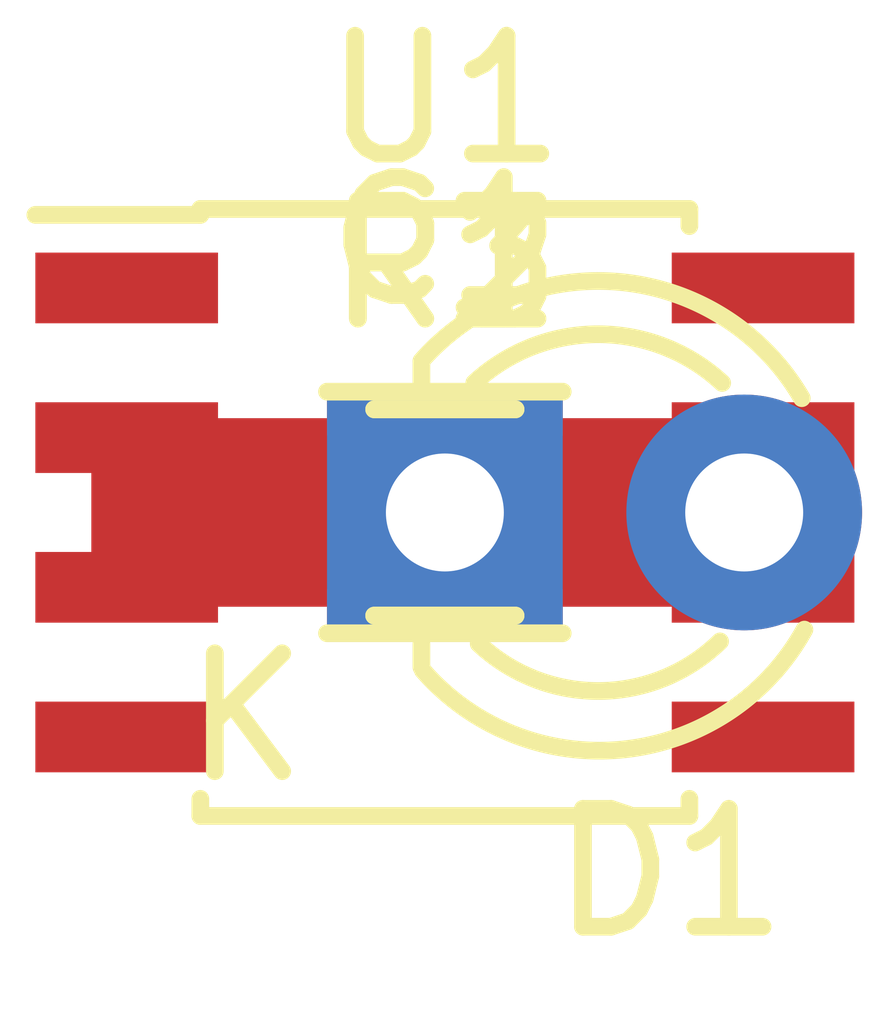
<source format=kicad_pcb>
(kicad_pcb (version 4) (host pcbnew 4.0.6)

  (general
    (links 12)
    (no_connects 11)
    (area 0 0 0 0)
    (thickness 1.6)
    (drawings 0)
    (tracks 0)
    (zones 0)
    (modules 6)
    (nets 7)
  )

  (page A4)
  (layers
    (0 F.Cu signal)
    (31 B.Cu signal)
    (32 B.Adhes user)
    (33 F.Adhes user)
    (34 B.Paste user)
    (35 F.Paste user)
    (36 B.SilkS user)
    (37 F.SilkS user)
    (38 B.Mask user)
    (39 F.Mask user)
    (40 Dwgs.User user)
    (41 Cmts.User user)
    (42 Eco1.User user)
    (43 Eco2.User user)
    (44 Edge.Cuts user)
    (45 Margin user)
    (46 B.CrtYd user)
    (47 F.CrtYd user)
    (48 B.Fab user)
    (49 F.Fab user)
  )

  (setup
    (last_trace_width 0.25)
    (trace_clearance 0.2)
    (zone_clearance 0.508)
    (zone_45_only no)
    (trace_min 0.2)
    (segment_width 0.2)
    (edge_width 0.15)
    (via_size 0.6)
    (via_drill 0.4)
    (via_min_size 0.4)
    (via_min_drill 0.3)
    (uvia_size 0.3)
    (uvia_drill 0.1)
    (uvias_allowed no)
    (uvia_min_size 0.2)
    (uvia_min_drill 0.1)
    (pcb_text_width 0.3)
    (pcb_text_size 1.5 1.5)
    (mod_edge_width 0.15)
    (mod_text_size 1 1)
    (mod_text_width 0.15)
    (pad_size 1.524 1.524)
    (pad_drill 0.762)
    (pad_to_mask_clearance 0.2)
    (aux_axis_origin 0 0)
    (visible_elements FFFFFF7F)
    (pcbplotparams
      (layerselection 0x00030_80000001)
      (usegerberextensions false)
      (excludeedgelayer true)
      (linewidth 0.100000)
      (plotframeref false)
      (viasonmask false)
      (mode 1)
      (useauxorigin false)
      (hpglpennumber 1)
      (hpglpenspeed 20)
      (hpglpendiameter 15)
      (hpglpenoverlay 2)
      (psnegative false)
      (psa4output false)
      (plotreference true)
      (plotvalue true)
      (plotinvisibletext false)
      (padsonsilk false)
      (subtractmaskfromsilk false)
      (outputformat 1)
      (mirror false)
      (drillshape 1)
      (scaleselection 1)
      (outputdirectory ""))
  )

  (net 0 "")
  (net 1 "Net-(C1-Pad1)")
  (net 2 GND)
  (net 3 "Net-(D1-Pad2)")
  (net 4 /VDD)
  (net 5 "Net-(R1-Pad2)")
  (net 6 "Net-(R3-Pad1)")

  (net_class Default "This is the default net class."
    (clearance 0.2)
    (trace_width 0.25)
    (via_dia 0.6)
    (via_drill 0.4)
    (uvia_dia 0.3)
    (uvia_drill 0.1)
    (add_net /VDD)
    (add_net GND)
    (add_net "Net-(C1-Pad1)")
    (add_net "Net-(D1-Pad2)")
    (add_net "Net-(R1-Pad2)")
    (add_net "Net-(R3-Pad1)")
  )

  (module Capacitors_SMD:C_1206_HandSoldering (layer F.Cu) (tedit 541A9C03) (tstamp 58DA43E2)
    (at 148.5011 105.0036)
    (descr "Capacitor SMD 1206, hand soldering")
    (tags "capacitor 1206")
    (path /58DA3730)
    (attr smd)
    (fp_text reference C1 (at 0 -2.3) (layer F.SilkS)
      (effects (font (size 1 1) (thickness 0.15)))
    )
    (fp_text value 1µF (at 0 2.3) (layer F.Fab)
      (effects (font (size 1 1) (thickness 0.15)))
    )
    (fp_line (start -1.6 0.8) (end -1.6 -0.8) (layer F.Fab) (width 0.15))
    (fp_line (start 1.6 0.8) (end -1.6 0.8) (layer F.Fab) (width 0.15))
    (fp_line (start 1.6 -0.8) (end 1.6 0.8) (layer F.Fab) (width 0.15))
    (fp_line (start -1.6 -0.8) (end 1.6 -0.8) (layer F.Fab) (width 0.15))
    (fp_line (start -3.3 -1.15) (end 3.3 -1.15) (layer F.CrtYd) (width 0.05))
    (fp_line (start -3.3 1.15) (end 3.3 1.15) (layer F.CrtYd) (width 0.05))
    (fp_line (start -3.3 -1.15) (end -3.3 1.15) (layer F.CrtYd) (width 0.05))
    (fp_line (start 3.3 -1.15) (end 3.3 1.15) (layer F.CrtYd) (width 0.05))
    (fp_line (start 1 -1.025) (end -1 -1.025) (layer F.SilkS) (width 0.15))
    (fp_line (start -1 1.025) (end 1 1.025) (layer F.SilkS) (width 0.15))
    (pad 1 smd rect (at -2 0) (size 2 1.6) (layers F.Cu F.Paste F.Mask)
      (net 1 "Net-(C1-Pad1)"))
    (pad 2 smd rect (at 2 0) (size 2 1.6) (layers F.Cu F.Paste F.Mask)
      (net 2 GND))
    (model Capacitors_SMD.3dshapes/C_1206_HandSoldering.wrl
      (at (xyz 0 0 0))
      (scale (xyz 1 1 1))
      (rotate (xyz 0 0 0))
    )
  )

  (module LEDs:LED-3MM (layer F.Cu) (tedit 559B82F6) (tstamp 58DA43E8)
    (at 148.5011 105.0036)
    (descr "LED 3mm round vertical")
    (tags "LED  3mm round vertical")
    (path /58DA3776)
    (fp_text reference D1 (at 1.91 3.06) (layer F.SilkS)
      (effects (font (size 1 1) (thickness 0.15)))
    )
    (fp_text value LED (at 1.3 -2.9) (layer F.Fab)
      (effects (font (size 1 1) (thickness 0.15)))
    )
    (fp_line (start -1.2 2.3) (end 3.8 2.3) (layer F.CrtYd) (width 0.05))
    (fp_line (start 3.8 2.3) (end 3.8 -2.2) (layer F.CrtYd) (width 0.05))
    (fp_line (start 3.8 -2.2) (end -1.2 -2.2) (layer F.CrtYd) (width 0.05))
    (fp_line (start -1.2 -2.2) (end -1.2 2.3) (layer F.CrtYd) (width 0.05))
    (fp_line (start -0.199 1.314) (end -0.199 1.114) (layer F.SilkS) (width 0.15))
    (fp_line (start -0.199 -1.28) (end -0.199 -1.1) (layer F.SilkS) (width 0.15))
    (fp_arc (start 1.301 0.034) (end -0.199 -1.286) (angle 108.5) (layer F.SilkS) (width 0.15))
    (fp_arc (start 1.301 0.034) (end 0.25 -1.1) (angle 85.7) (layer F.SilkS) (width 0.15))
    (fp_arc (start 1.311 0.034) (end 3.051 0.994) (angle 110) (layer F.SilkS) (width 0.15))
    (fp_arc (start 1.301 0.034) (end 2.335 1.094) (angle 87.5) (layer F.SilkS) (width 0.15))
    (fp_text user K (at -1.69 1.74) (layer F.SilkS)
      (effects (font (size 1 1) (thickness 0.15)))
    )
    (pad 1 thru_hole rect (at 0 0 90) (size 2 2) (drill 1.00076) (layers *.Cu *.Mask)
      (net 2 GND))
    (pad 2 thru_hole circle (at 2.54 0) (size 2 2) (drill 1.00076) (layers *.Cu *.Mask)
      (net 3 "Net-(D1-Pad2)"))
    (model LEDs.3dshapes/LED-3MM.wrl
      (at (xyz 0.05 0 0))
      (scale (xyz 1 1 1))
      (rotate (xyz 0 0 90))
    )
  )

  (module Resistors_SMD:R_0805_HandSoldering (layer F.Cu) (tedit 58307B90) (tstamp 58DA43EE)
    (at 148.5011 105.0036)
    (descr "Resistor SMD 0805, hand soldering")
    (tags "resistor 0805")
    (path /58DA3631)
    (attr smd)
    (fp_text reference R1 (at 0 -2.1) (layer F.SilkS)
      (effects (font (size 1 1) (thickness 0.15)))
    )
    (fp_text value 1K (at 0 2.1) (layer F.Fab)
      (effects (font (size 1 1) (thickness 0.15)))
    )
    (fp_line (start -1 0.625) (end -1 -0.625) (layer F.Fab) (width 0.1))
    (fp_line (start 1 0.625) (end -1 0.625) (layer F.Fab) (width 0.1))
    (fp_line (start 1 -0.625) (end 1 0.625) (layer F.Fab) (width 0.1))
    (fp_line (start -1 -0.625) (end 1 -0.625) (layer F.Fab) (width 0.1))
    (fp_line (start -2.4 -1) (end 2.4 -1) (layer F.CrtYd) (width 0.05))
    (fp_line (start -2.4 1) (end 2.4 1) (layer F.CrtYd) (width 0.05))
    (fp_line (start -2.4 -1) (end -2.4 1) (layer F.CrtYd) (width 0.05))
    (fp_line (start 2.4 -1) (end 2.4 1) (layer F.CrtYd) (width 0.05))
    (fp_line (start 0.6 0.875) (end -0.6 0.875) (layer F.SilkS) (width 0.15))
    (fp_line (start -0.6 -0.875) (end 0.6 -0.875) (layer F.SilkS) (width 0.15))
    (pad 1 smd rect (at -1.35 0) (size 1.5 1.3) (layers F.Cu F.Paste F.Mask)
      (net 4 /VDD))
    (pad 2 smd rect (at 1.35 0) (size 1.5 1.3) (layers F.Cu F.Paste F.Mask)
      (net 5 "Net-(R1-Pad2)"))
    (model Resistors_SMD.3dshapes/R_0805_HandSoldering.wrl
      (at (xyz 0 0 0))
      (scale (xyz 1 1 1))
      (rotate (xyz 0 0 0))
    )
  )

  (module Resistors_SMD:R_0805_HandSoldering (layer F.Cu) (tedit 58307B90) (tstamp 58DA43F4)
    (at 148.5011 105.0036)
    (descr "Resistor SMD 0805, hand soldering")
    (tags "resistor 0805")
    (path /58DA36C3)
    (attr smd)
    (fp_text reference R2 (at 0 -2.1) (layer F.SilkS)
      (effects (font (size 1 1) (thickness 0.15)))
    )
    (fp_text value 470K (at 0 2.1) (layer F.Fab)
      (effects (font (size 1 1) (thickness 0.15)))
    )
    (fp_line (start -1 0.625) (end -1 -0.625) (layer F.Fab) (width 0.1))
    (fp_line (start 1 0.625) (end -1 0.625) (layer F.Fab) (width 0.1))
    (fp_line (start 1 -0.625) (end 1 0.625) (layer F.Fab) (width 0.1))
    (fp_line (start -1 -0.625) (end 1 -0.625) (layer F.Fab) (width 0.1))
    (fp_line (start -2.4 -1) (end 2.4 -1) (layer F.CrtYd) (width 0.05))
    (fp_line (start -2.4 1) (end 2.4 1) (layer F.CrtYd) (width 0.05))
    (fp_line (start -2.4 -1) (end -2.4 1) (layer F.CrtYd) (width 0.05))
    (fp_line (start 2.4 -1) (end 2.4 1) (layer F.CrtYd) (width 0.05))
    (fp_line (start 0.6 0.875) (end -0.6 0.875) (layer F.SilkS) (width 0.15))
    (fp_line (start -0.6 -0.875) (end 0.6 -0.875) (layer F.SilkS) (width 0.15))
    (pad 1 smd rect (at -1.35 0) (size 1.5 1.3) (layers F.Cu F.Paste F.Mask)
      (net 5 "Net-(R1-Pad2)"))
    (pad 2 smd rect (at 1.35 0) (size 1.5 1.3) (layers F.Cu F.Paste F.Mask)
      (net 1 "Net-(C1-Pad1)"))
    (model Resistors_SMD.3dshapes/R_0805_HandSoldering.wrl
      (at (xyz 0 0 0))
      (scale (xyz 1 1 1))
      (rotate (xyz 0 0 0))
    )
  )

  (module Resistors_SMD:R_0805_HandSoldering (layer F.Cu) (tedit 58307B90) (tstamp 58DA43FA)
    (at 148.5011 105.0036)
    (descr "Resistor SMD 0805, hand soldering")
    (tags "resistor 0805")
    (path /58DA36F0)
    (attr smd)
    (fp_text reference R3 (at 0 -2.1) (layer F.SilkS)
      (effects (font (size 1 1) (thickness 0.15)))
    )
    (fp_text value 1K (at 0 2.1) (layer F.Fab)
      (effects (font (size 1 1) (thickness 0.15)))
    )
    (fp_line (start -1 0.625) (end -1 -0.625) (layer F.Fab) (width 0.1))
    (fp_line (start 1 0.625) (end -1 0.625) (layer F.Fab) (width 0.1))
    (fp_line (start 1 -0.625) (end 1 0.625) (layer F.Fab) (width 0.1))
    (fp_line (start -1 -0.625) (end 1 -0.625) (layer F.Fab) (width 0.1))
    (fp_line (start -2.4 -1) (end 2.4 -1) (layer F.CrtYd) (width 0.05))
    (fp_line (start -2.4 1) (end 2.4 1) (layer F.CrtYd) (width 0.05))
    (fp_line (start -2.4 -1) (end -2.4 1) (layer F.CrtYd) (width 0.05))
    (fp_line (start 2.4 -1) (end 2.4 1) (layer F.CrtYd) (width 0.05))
    (fp_line (start 0.6 0.875) (end -0.6 0.875) (layer F.SilkS) (width 0.15))
    (fp_line (start -0.6 -0.875) (end 0.6 -0.875) (layer F.SilkS) (width 0.15))
    (pad 1 smd rect (at -1.35 0) (size 1.5 1.3) (layers F.Cu F.Paste F.Mask)
      (net 6 "Net-(R3-Pad1)"))
    (pad 2 smd rect (at 1.35 0) (size 1.5 1.3) (layers F.Cu F.Paste F.Mask)
      (net 3 "Net-(D1-Pad2)"))
    (model Resistors_SMD.3dshapes/R_0805_HandSoldering.wrl
      (at (xyz 0 0 0))
      (scale (xyz 1 1 1))
      (rotate (xyz 0 0 0))
    )
  )

  (module Housings_SOIC:SOIC-8_3.9x4.9mm_Pitch1.27mm (layer F.Cu) (tedit 54130A77) (tstamp 58DA4406)
    (at 148.5011 105.0036)
    (descr "8-Lead Plastic Small Outline (SN) - Narrow, 3.90 mm Body [SOIC] (see Microchip Packaging Specification 00000049BS.pdf)")
    (tags "SOIC 1.27")
    (path /58DA3579)
    (attr smd)
    (fp_text reference U1 (at 0 -3.5) (layer F.SilkS)
      (effects (font (size 1 1) (thickness 0.15)))
    )
    (fp_text value 7555 (at 0 3.5) (layer F.Fab)
      (effects (font (size 1 1) (thickness 0.15)))
    )
    (fp_line (start -0.95 -2.45) (end 1.95 -2.45) (layer F.Fab) (width 0.15))
    (fp_line (start 1.95 -2.45) (end 1.95 2.45) (layer F.Fab) (width 0.15))
    (fp_line (start 1.95 2.45) (end -1.95 2.45) (layer F.Fab) (width 0.15))
    (fp_line (start -1.95 2.45) (end -1.95 -1.45) (layer F.Fab) (width 0.15))
    (fp_line (start -1.95 -1.45) (end -0.95 -2.45) (layer F.Fab) (width 0.15))
    (fp_line (start -3.75 -2.75) (end -3.75 2.75) (layer F.CrtYd) (width 0.05))
    (fp_line (start 3.75 -2.75) (end 3.75 2.75) (layer F.CrtYd) (width 0.05))
    (fp_line (start -3.75 -2.75) (end 3.75 -2.75) (layer F.CrtYd) (width 0.05))
    (fp_line (start -3.75 2.75) (end 3.75 2.75) (layer F.CrtYd) (width 0.05))
    (fp_line (start -2.075 -2.575) (end -2.075 -2.525) (layer F.SilkS) (width 0.15))
    (fp_line (start 2.075 -2.575) (end 2.075 -2.43) (layer F.SilkS) (width 0.15))
    (fp_line (start 2.075 2.575) (end 2.075 2.43) (layer F.SilkS) (width 0.15))
    (fp_line (start -2.075 2.575) (end -2.075 2.43) (layer F.SilkS) (width 0.15))
    (fp_line (start -2.075 -2.575) (end 2.075 -2.575) (layer F.SilkS) (width 0.15))
    (fp_line (start -2.075 2.575) (end 2.075 2.575) (layer F.SilkS) (width 0.15))
    (fp_line (start -2.075 -2.525) (end -3.475 -2.525) (layer F.SilkS) (width 0.15))
    (pad 1 smd rect (at -2.7 -1.905) (size 1.55 0.6) (layers F.Cu F.Paste F.Mask)
      (net 2 GND))
    (pad 2 smd rect (at -2.7 -0.635) (size 1.55 0.6) (layers F.Cu F.Paste F.Mask)
      (net 1 "Net-(C1-Pad1)"))
    (pad 3 smd rect (at -2.7 0.635) (size 1.55 0.6) (layers F.Cu F.Paste F.Mask)
      (net 6 "Net-(R3-Pad1)"))
    (pad 4 smd rect (at -2.7 1.905) (size 1.55 0.6) (layers F.Cu F.Paste F.Mask)
      (net 4 /VDD))
    (pad 5 smd rect (at 2.7 1.905) (size 1.55 0.6) (layers F.Cu F.Paste F.Mask)
      (net 2 GND))
    (pad 6 smd rect (at 2.7 0.635) (size 1.55 0.6) (layers F.Cu F.Paste F.Mask)
      (net 1 "Net-(C1-Pad1)"))
    (pad 7 smd rect (at 2.7 -0.635) (size 1.55 0.6) (layers F.Cu F.Paste F.Mask)
      (net 5 "Net-(R1-Pad2)"))
    (pad 8 smd rect (at 2.7 -1.905) (size 1.55 0.6) (layers F.Cu F.Paste F.Mask)
      (net 4 /VDD))
    (model Housings_SOIC.3dshapes/SOIC-8_3.9x4.9mm_Pitch1.27mm.wrl
      (at (xyz 0 0 0))
      (scale (xyz 1 1 1))
      (rotate (xyz 0 0 0))
    )
  )

)

</source>
